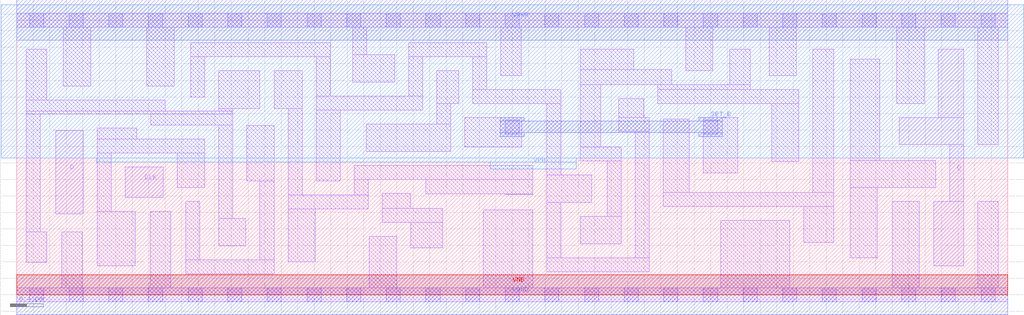
<source format=lef>
# Copyright 2020 The SkyWater PDK Authors
#
# Licensed under the Apache License, Version 2.0 (the "License");
# you may not use this file except in compliance with the License.
# You may obtain a copy of the License at
#
#     https://www.apache.org/licenses/LICENSE-2.0
#
# Unless required by applicable law or agreed to in writing, software
# distributed under the License is distributed on an "AS IS" BASIS,
# WITHOUT WARRANTIES OR CONDITIONS OF ANY KIND, either express or implied.
# See the License for the specific language governing permissions and
# limitations under the License.
#
# SPDX-License-Identifier: Apache-2.0

VERSION 5.7 ;
  NOWIREEXTENSIONATPIN ON ;
  DIVIDERCHAR "/" ;
  BUSBITCHARS "[]" ;
MACRO sky130_fd_sc_hs__dfstp_2
  CLASS CORE ;
  FOREIGN sky130_fd_sc_hs__dfstp_2 ;
  ORIGIN  0.000000  0.000000 ;
  SIZE  12.00000 BY  3.330000 ;
  SYMMETRY X Y ;
  SITE unit ;
  PIN D
    ANTENNAGATEAREA  0.126000 ;
    DIRECTION INPUT ;
    USE SIGNAL ;
    PORT
      LAYER li1 ;
        RECT 0.475000 0.980000 0.805000 1.990000 ;
    END
  END D
  PIN Q
    ANTENNADIFFAREA  0.543200 ;
    DIRECTION OUTPUT ;
    USE SIGNAL ;
    PORT
      LAYER li1 ;
        RECT 10.685000 1.820000 11.465000 2.150000 ;
        RECT 11.100000 0.350000 11.465000 1.130000 ;
        RECT 11.155000 2.150000 11.465000 2.980000 ;
        RECT 11.295000 1.130000 11.465000 1.820000 ;
    END
  END Q
  PIN SET_B
    ANTENNAGATEAREA  0.252000 ;
    DIRECTION INPUT ;
    USE SIGNAL ;
    PORT
      LAYER met1 ;
        RECT 5.855000 1.920000 6.145000 1.965000 ;
        RECT 5.855000 1.965000 8.545000 2.105000 ;
        RECT 5.855000 2.105000 6.145000 2.150000 ;
        RECT 8.255000 1.920000 8.545000 1.965000 ;
        RECT 8.255000 2.105000 8.545000 2.150000 ;
    END
  END SET_B
  PIN CLK
    ANTENNAGATEAREA  0.279000 ;
    DIRECTION INPUT ;
    USE CLOCK ;
    PORT
      LAYER li1 ;
        RECT 1.315000 1.180000 1.775000 1.550000 ;
    END
  END CLK
  PIN VGND
    DIRECTION INOUT ;
    USE GROUND ;
    PORT
      LAYER met1 ;
        RECT 0.000000 -0.245000 12.000000 0.245000 ;
    END
  END VGND
  PIN VNB
    DIRECTION INOUT ;
    USE GROUND ;
    PORT
      LAYER pwell ;
        RECT 0.000000 0.000000 12.000000 0.245000 ;
    END
  END VNB
  PIN VPB
    DIRECTION INOUT ;
    USE POWER ;
    PORT
      LAYER nwell ;
        RECT -0.190000 1.660000 12.190000 3.520000 ;
        RECT  0.965000 1.610000  6.775000 1.660000 ;
        RECT  5.735000 1.525000  6.775000 1.610000 ;
    END
  END VPB
  PIN VPWR
    DIRECTION INOUT ;
    USE POWER ;
    PORT
      LAYER met1 ;
        RECT 0.000000 3.085000 12.000000 3.575000 ;
    END
  END VPWR
  OBS
    LAYER li1 ;
      RECT  0.000000 -0.085000 12.000000 0.085000 ;
      RECT  0.000000  3.245000 12.000000 3.415000 ;
      RECT  0.115000  0.395000  0.365000 0.765000 ;
      RECT  0.115000  0.765000  0.285000 2.190000 ;
      RECT  0.115000  2.190000  2.615000 2.230000 ;
      RECT  0.115000  2.230000  1.795000 2.360000 ;
      RECT  0.115000  2.360000  0.365000 2.980000 ;
      RECT  0.545000  0.085000  0.795000 0.765000 ;
      RECT  0.565000  2.530000  0.895000 3.245000 ;
      RECT  0.975000  0.350000  1.435000 1.010000 ;
      RECT  0.975000  1.010000  1.145000 1.720000 ;
      RECT  0.975000  1.720000  2.275000 1.890000 ;
      RECT  0.975000  1.890000  1.455000 2.020000 ;
      RECT  1.575000  2.530000  1.905000 3.245000 ;
      RECT  1.615000  0.085000  1.865000 1.010000 ;
      RECT  1.625000  2.060000  2.615000 2.190000 ;
      RECT  1.945000  1.300000  2.275000 1.720000 ;
      RECT  2.045000  0.255000  3.115000 0.425000 ;
      RECT  2.045000  0.425000  2.215000 1.130000 ;
      RECT  2.105000  2.400000  2.275000 2.890000 ;
      RECT  2.105000  2.890000  3.795000 3.060000 ;
      RECT  2.445000  0.595000  2.775000 0.925000 ;
      RECT  2.445000  0.925000  2.615000 2.060000 ;
      RECT  2.445000  2.230000  2.615000 2.260000 ;
      RECT  2.445000  2.260000  2.945000 2.720000 ;
      RECT  2.785000  1.380000  3.115000 2.050000 ;
      RECT  2.945000  0.425000  3.115000 1.380000 ;
      RECT  3.115000  2.260000  3.455000 2.720000 ;
      RECT  3.285000  0.400000  3.615000 1.040000 ;
      RECT  3.285000  1.040000  4.255000 1.210000 ;
      RECT  3.285000  1.210000  3.455000 2.260000 ;
      RECT  3.625000  1.380000  3.915000 2.240000 ;
      RECT  3.625000  2.240000  4.915000 2.410000 ;
      RECT  3.625000  2.410000  3.795000 2.890000 ;
      RECT  4.070000  2.580000  4.575000 2.910000 ;
      RECT  4.070000  2.910000  4.240000 3.245000 ;
      RECT  4.085000  1.210000  4.255000 1.400000 ;
      RECT  4.085000  1.400000  6.245000 1.570000 ;
      RECT  4.230000  1.740000  5.255000 2.070000 ;
      RECT  4.270000  0.085000  4.600000 0.710000 ;
      RECT  4.425000  0.880000  5.160000 1.050000 ;
      RECT  4.425000  1.050000  4.770000 1.230000 ;
      RECT  4.745000  2.410000  4.915000 2.890000 ;
      RECT  4.745000  2.890000  5.690000 3.060000 ;
      RECT  4.770000  0.570000  5.160000 0.880000 ;
      RECT  4.950000  1.220000  6.245000 1.400000 ;
      RECT  5.085000  2.070000  5.255000 2.320000 ;
      RECT  5.085000  2.320000  5.350000 2.720000 ;
      RECT  5.425000  1.790000  6.115000 2.150000 ;
      RECT  5.520000  2.320000  6.585000 2.490000 ;
      RECT  5.520000  2.490000  5.690000 2.890000 ;
      RECT  5.650000  0.085000  6.245000 1.030000 ;
      RECT  5.860000  2.660000  6.110000 3.245000 ;
      RECT  5.915000  1.215000  6.245000 1.220000 ;
      RECT  6.415000  0.280000  7.660000 0.450000 ;
      RECT  6.415000  0.450000  6.585000 1.120000 ;
      RECT  6.415000  1.120000  6.960000 1.450000 ;
      RECT  6.415000  1.450000  6.585000 2.320000 ;
      RECT  6.820000  1.620000  7.320000 1.790000 ;
      RECT  6.820000  1.790000  7.070000 2.550000 ;
      RECT  6.820000  2.550000  7.930000 2.730000 ;
      RECT  6.820000  2.730000  7.470000 2.980000 ;
      RECT  6.825000  0.620000  7.320000 0.950000 ;
      RECT  7.150000  0.950000  7.320000 1.620000 ;
      RECT  7.290000  1.980000  7.660000 2.150000 ;
      RECT  7.290000  2.150000  7.590000 2.380000 ;
      RECT  7.490000  0.450000  7.660000 1.980000 ;
      RECT  7.760000  2.320000  9.470000 2.490000 ;
      RECT  7.760000  2.490000  8.880000 2.550000 ;
      RECT  7.830000  1.070000  9.890000 1.240000 ;
      RECT  7.830000  1.240000  8.145000 2.130000 ;
      RECT  8.100000  2.720000  8.430000 3.245000 ;
      RECT  8.315000  1.480000  8.730000 2.150000 ;
      RECT  8.525000  0.085000  9.360000 0.900000 ;
      RECT  8.630000  2.550000  8.880000 2.980000 ;
      RECT  9.110000  2.660000  9.440000 3.245000 ;
      RECT  9.140000  1.615000  9.470000 2.320000 ;
      RECT  9.530000  0.635000  9.890000 1.070000 ;
      RECT  9.640000  1.240000  9.890000 2.980000 ;
      RECT 10.090000  0.450000 10.420000 1.300000 ;
      RECT 10.090000  1.300000 11.125000 1.630000 ;
      RECT 10.090000  1.630000 10.450000 2.860000 ;
      RECT 10.600000  0.085000 10.930000 1.130000 ;
      RECT 10.655000  2.320000 10.985000 3.245000 ;
      RECT 11.635000  0.085000 11.885000 1.130000 ;
      RECT 11.635000  1.820000 11.885000 3.245000 ;
    LAYER mcon ;
      RECT  0.155000 -0.085000  0.325000 0.085000 ;
      RECT  0.155000  3.245000  0.325000 3.415000 ;
      RECT  0.635000 -0.085000  0.805000 0.085000 ;
      RECT  0.635000  3.245000  0.805000 3.415000 ;
      RECT  1.115000 -0.085000  1.285000 0.085000 ;
      RECT  1.115000  3.245000  1.285000 3.415000 ;
      RECT  1.595000 -0.085000  1.765000 0.085000 ;
      RECT  1.595000  3.245000  1.765000 3.415000 ;
      RECT  2.075000 -0.085000  2.245000 0.085000 ;
      RECT  2.075000  3.245000  2.245000 3.415000 ;
      RECT  2.555000 -0.085000  2.725000 0.085000 ;
      RECT  2.555000  3.245000  2.725000 3.415000 ;
      RECT  3.035000 -0.085000  3.205000 0.085000 ;
      RECT  3.035000  3.245000  3.205000 3.415000 ;
      RECT  3.515000 -0.085000  3.685000 0.085000 ;
      RECT  3.515000  3.245000  3.685000 3.415000 ;
      RECT  3.995000 -0.085000  4.165000 0.085000 ;
      RECT  3.995000  3.245000  4.165000 3.415000 ;
      RECT  4.475000 -0.085000  4.645000 0.085000 ;
      RECT  4.475000  3.245000  4.645000 3.415000 ;
      RECT  4.955000 -0.085000  5.125000 0.085000 ;
      RECT  4.955000  3.245000  5.125000 3.415000 ;
      RECT  5.435000 -0.085000  5.605000 0.085000 ;
      RECT  5.435000  3.245000  5.605000 3.415000 ;
      RECT  5.915000 -0.085000  6.085000 0.085000 ;
      RECT  5.915000  1.950000  6.085000 2.120000 ;
      RECT  5.915000  3.245000  6.085000 3.415000 ;
      RECT  6.395000 -0.085000  6.565000 0.085000 ;
      RECT  6.395000  3.245000  6.565000 3.415000 ;
      RECT  6.875000 -0.085000  7.045000 0.085000 ;
      RECT  6.875000  3.245000  7.045000 3.415000 ;
      RECT  7.355000 -0.085000  7.525000 0.085000 ;
      RECT  7.355000  3.245000  7.525000 3.415000 ;
      RECT  7.835000 -0.085000  8.005000 0.085000 ;
      RECT  7.835000  3.245000  8.005000 3.415000 ;
      RECT  8.315000 -0.085000  8.485000 0.085000 ;
      RECT  8.315000  1.950000  8.485000 2.120000 ;
      RECT  8.315000  3.245000  8.485000 3.415000 ;
      RECT  8.795000 -0.085000  8.965000 0.085000 ;
      RECT  8.795000  3.245000  8.965000 3.415000 ;
      RECT  9.275000 -0.085000  9.445000 0.085000 ;
      RECT  9.275000  3.245000  9.445000 3.415000 ;
      RECT  9.755000 -0.085000  9.925000 0.085000 ;
      RECT  9.755000  3.245000  9.925000 3.415000 ;
      RECT 10.235000 -0.085000 10.405000 0.085000 ;
      RECT 10.235000  3.245000 10.405000 3.415000 ;
      RECT 10.715000 -0.085000 10.885000 0.085000 ;
      RECT 10.715000  3.245000 10.885000 3.415000 ;
      RECT 11.195000 -0.085000 11.365000 0.085000 ;
      RECT 11.195000  3.245000 11.365000 3.415000 ;
      RECT 11.675000 -0.085000 11.845000 0.085000 ;
      RECT 11.675000  3.245000 11.845000 3.415000 ;
  END
END sky130_fd_sc_hs__dfstp_2
END LIBRARY

</source>
